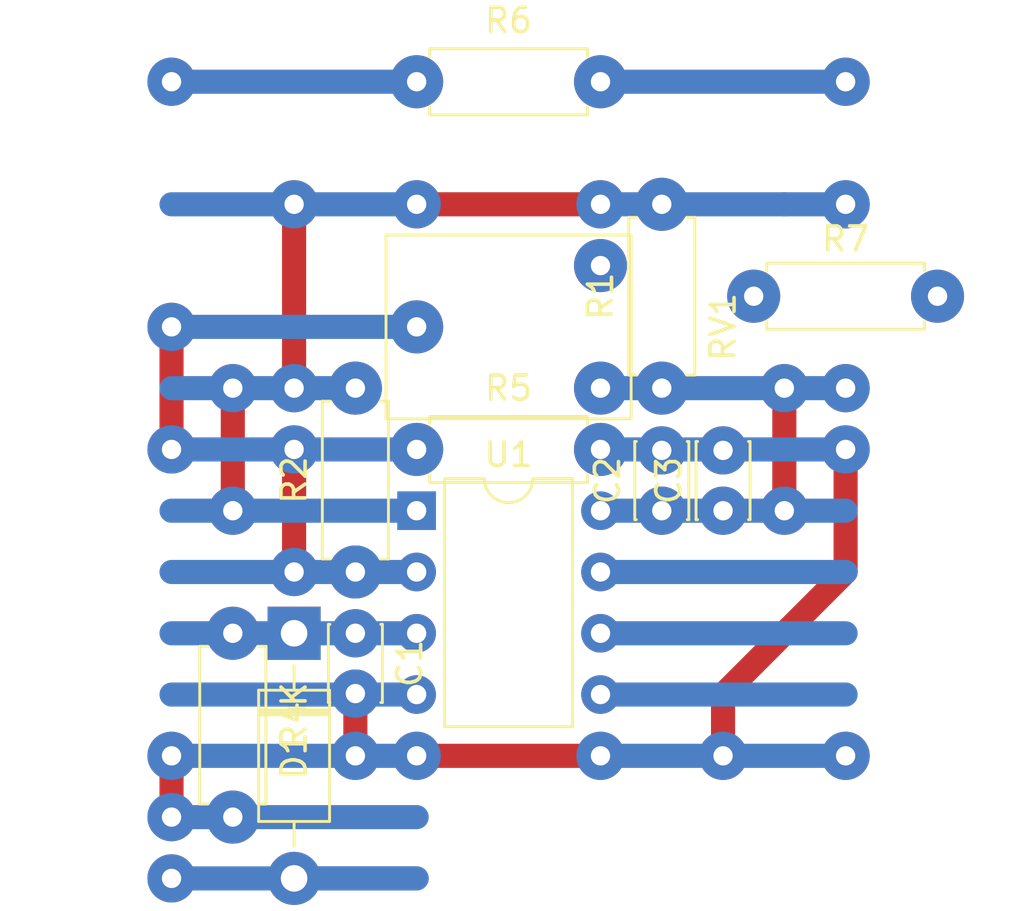
<source format=kicad_pcb>
(kicad_pcb (version 20171130) (host pcbnew "(5.1.6)-1")

  (general
    (thickness 1.6)
    (drawings 6)
    (tracks 86)
    (zones 0)
    (modules 12)
    (nets 10)
  )

  (page A4)
  (layers
    (0 F.Cu signal)
    (31 B.Cu signal)
    (32 B.Adhes user)
    (33 F.Adhes user)
    (34 B.Paste user)
    (35 F.Paste user)
    (36 B.SilkS user)
    (37 F.SilkS user)
    (38 B.Mask user)
    (39 F.Mask user)
    (40 Dwgs.User user)
    (41 Cmts.User user)
    (42 Eco1.User user)
    (43 Eco2.User user)
    (44 Edge.Cuts user)
    (45 Margin user)
    (46 B.CrtYd user)
    (47 F.CrtYd user)
    (48 B.Fab user)
    (49 F.Fab user)
  )

  (setup
    (last_trace_width 1)
    (user_trace_width 1)
    (trace_clearance 0.2)
    (zone_clearance 0.508)
    (zone_45_only no)
    (trace_min 0.2)
    (via_size 0.8)
    (via_drill 0.4)
    (via_min_size 0.4)
    (via_min_drill 0.3)
    (user_via 2 0.8)
    (uvia_size 0.3)
    (uvia_drill 0.1)
    (uvias_allowed no)
    (uvia_min_size 0.2)
    (uvia_min_drill 0.1)
    (edge_width 0.05)
    (segment_width 0.2)
    (pcb_text_width 0.3)
    (pcb_text_size 1.5 1.5)
    (mod_edge_width 0.12)
    (mod_text_size 1 1)
    (mod_text_width 0.15)
    (pad_size 1.524 1.524)
    (pad_drill 0.762)
    (pad_to_mask_clearance 0.05)
    (aux_axis_origin 0 0)
    (visible_elements FFFFFF7F)
    (pcbplotparams
      (layerselection 0x010fc_ffffffff)
      (usegerberextensions false)
      (usegerberattributes true)
      (usegerberadvancedattributes true)
      (creategerberjobfile true)
      (excludeedgelayer true)
      (linewidth 0.100000)
      (plotframeref false)
      (viasonmask false)
      (mode 1)
      (useauxorigin false)
      (hpglpennumber 1)
      (hpglpenspeed 20)
      (hpglpendiameter 15.000000)
      (psnegative false)
      (psa4output false)
      (plotreference true)
      (plotvalue true)
      (plotinvisibletext false)
      (padsonsilk false)
      (subtractmaskfromsilk false)
      (outputformat 1)
      (mirror false)
      (drillshape 1)
      (scaleselection 1)
      (outputdirectory ""))
  )

  (net 0 "")
  (net 1 "Net-(C1-Pad1)")
  (net 2 GND)
  (net 3 +3V3)
  (net 4 RodB)
  (net 5 "Net-(R1-Pad2)")
  (net 6 "Net-(R2-Pad1)")
  (net 7 ESP32_GPIO_AC_DRIVE)
  (net 8 RodA)
  (net 9 "Net-(R7-Pad1)")

  (net_class Default "This is the default net class."
    (clearance 0.2)
    (trace_width 0.25)
    (via_dia 0.8)
    (via_drill 0.4)
    (uvia_dia 0.3)
    (uvia_drill 0.1)
    (add_net +3V3)
    (add_net ESP32_GPIO_AC_DRIVE)
    (add_net GND)
    (add_net "Net-(C1-Pad1)")
    (add_net "Net-(R1-Pad2)")
    (add_net "Net-(R2-Pad1)")
    (add_net "Net-(R7-Pad1)")
    (add_net RodA)
    (add_net RodB)
  )

  (module 0_my_footprints:myCapCeramicSmall (layer F.Cu) (tedit 67A9E63E) (tstamp 692AF86C)
    (at 38.1 53.34 270)
    (descr "C, Disc series, Radial, pin pitch=2.50mm, , diameter*width=3*2mm^2, Capacitor")
    (tags "C Disc series Radial pin pitch 2.50mm  diameter 3mm width 2mm Capacitor")
    (path /692AE30E)
    (fp_text reference C1 (at 1.25 -2.25 90) (layer F.SilkS)
      (effects (font (size 1 1) (thickness 0.15)))
    )
    (fp_text value 47nF (at 7.587199 -0.768201 90) (layer F.Fab)
      (effects (font (size 1 1) (thickness 0.15)))
    )
    (fp_line (start -0.25 -1) (end -0.25 1) (layer F.Fab) (width 0.1))
    (fp_line (start -0.25 1) (end 2.75 1) (layer F.Fab) (width 0.1))
    (fp_line (start 2.75 1) (end 2.75 -1) (layer F.Fab) (width 0.1))
    (fp_line (start 2.75 -1) (end -0.25 -1) (layer F.Fab) (width 0.1))
    (fp_line (start -0.37 -1.12) (end 2.87 -1.12) (layer F.SilkS) (width 0.12))
    (fp_line (start -0.37 1.12) (end 2.87 1.12) (layer F.SilkS) (width 0.12))
    (fp_line (start -0.37 -1.12) (end -0.37 -1.055) (layer F.SilkS) (width 0.12))
    (fp_line (start -0.37 1.055) (end -0.37 1.12) (layer F.SilkS) (width 0.12))
    (fp_line (start 2.87 -1.12) (end 2.87 -1.055) (layer F.SilkS) (width 0.12))
    (fp_line (start 2.87 1.055) (end 2.87 1.12) (layer F.SilkS) (width 0.12))
    (fp_line (start -1.05 -1.25) (end -1.05 1.25) (layer F.CrtYd) (width 0.05))
    (fp_line (start -1.05 1.25) (end 3.55 1.25) (layer F.CrtYd) (width 0.05))
    (fp_line (start 3.55 1.25) (end 3.55 -1.25) (layer F.CrtYd) (width 0.05))
    (fp_line (start 3.55 -1.25) (end -1.05 -1.25) (layer F.CrtYd) (width 0.05))
    (fp_text user %R (at 1.25 0 90) (layer F.Fab)
      (effects (font (size 0.6 0.6) (thickness 0.09)))
    )
    (pad 1 thru_hole circle (at 0 0 270) (size 2 2) (drill 0.8) (layers *.Cu *.Mask)
      (net 1 "Net-(C1-Pad1)"))
    (pad 2 thru_hole circle (at 2.5 0 270) (size 2 2) (drill 0.8) (layers *.Cu *.Mask)
      (net 2 GND))
    (model ${KISYS3DMOD}/Capacitor_THT.3dshapes/C_Disc_D3.0mm_W2.0mm_P2.50mm.wrl
      (at (xyz 0 0 0))
      (scale (xyz 1 1 1))
      (rotate (xyz 0 0 0))
    )
  )

  (module 0_my_footprints:myCapCeramicSmall (layer F.Cu) (tedit 67A9E63E) (tstamp 692AF881)
    (at 50.8 48.26 90)
    (descr "C, Disc series, Radial, pin pitch=2.50mm, , diameter*width=3*2mm^2, Capacitor")
    (tags "C Disc series Radial pin pitch 2.50mm  diameter 3mm width 2mm Capacitor")
    (path /692F0D5E)
    (fp_text reference C2 (at 1.25 -2.25 90) (layer F.SilkS)
      (effects (font (size 1 1) (thickness 0.15)))
    )
    (fp_text value 0.1uf (at -2.54 0 90) (layer F.Fab)
      (effects (font (size 1 1) (thickness 0.15)))
    )
    (fp_text user %R (at 1.25 0 90) (layer F.Fab)
      (effects (font (size 0.6 0.6) (thickness 0.09)))
    )
    (fp_line (start 3.55 -1.25) (end -1.05 -1.25) (layer F.CrtYd) (width 0.05))
    (fp_line (start 3.55 1.25) (end 3.55 -1.25) (layer F.CrtYd) (width 0.05))
    (fp_line (start -1.05 1.25) (end 3.55 1.25) (layer F.CrtYd) (width 0.05))
    (fp_line (start -1.05 -1.25) (end -1.05 1.25) (layer F.CrtYd) (width 0.05))
    (fp_line (start 2.87 1.055) (end 2.87 1.12) (layer F.SilkS) (width 0.12))
    (fp_line (start 2.87 -1.12) (end 2.87 -1.055) (layer F.SilkS) (width 0.12))
    (fp_line (start -0.37 1.055) (end -0.37 1.12) (layer F.SilkS) (width 0.12))
    (fp_line (start -0.37 -1.12) (end -0.37 -1.055) (layer F.SilkS) (width 0.12))
    (fp_line (start -0.37 1.12) (end 2.87 1.12) (layer F.SilkS) (width 0.12))
    (fp_line (start -0.37 -1.12) (end 2.87 -1.12) (layer F.SilkS) (width 0.12))
    (fp_line (start 2.75 -1) (end -0.25 -1) (layer F.Fab) (width 0.1))
    (fp_line (start 2.75 1) (end 2.75 -1) (layer F.Fab) (width 0.1))
    (fp_line (start -0.25 1) (end 2.75 1) (layer F.Fab) (width 0.1))
    (fp_line (start -0.25 -1) (end -0.25 1) (layer F.Fab) (width 0.1))
    (pad 2 thru_hole circle (at 2.5 0 90) (size 2 2) (drill 0.8) (layers *.Cu *.Mask)
      (net 2 GND))
    (pad 1 thru_hole circle (at 0 0 90) (size 2 2) (drill 0.8) (layers *.Cu *.Mask)
      (net 3 +3V3))
    (model ${KISYS3DMOD}/Capacitor_THT.3dshapes/C_Disc_D3.0mm_W2.0mm_P2.50mm.wrl
      (at (xyz 0 0 0))
      (scale (xyz 1 1 1))
      (rotate (xyz 0 0 0))
    )
  )

  (module 0_my_footprints:myCapCeramicSmall (layer F.Cu) (tedit 67A9E63E) (tstamp 692AF896)
    (at 53.34 48.26 90)
    (descr "C, Disc series, Radial, pin pitch=2.50mm, , diameter*width=3*2mm^2, Capacitor")
    (tags "C Disc series Radial pin pitch 2.50mm  diameter 3mm width 2mm Capacitor")
    (path /692F13CC)
    (fp_text reference C3 (at 1.25 -2.25 90) (layer F.SilkS)
      (effects (font (size 1 1) (thickness 0.15)))
    )
    (fp_text value 1uf (at -2.54 0 90) (layer F.Fab)
      (effects (font (size 1 1) (thickness 0.15)))
    )
    (fp_line (start -0.25 -1) (end -0.25 1) (layer F.Fab) (width 0.1))
    (fp_line (start -0.25 1) (end 2.75 1) (layer F.Fab) (width 0.1))
    (fp_line (start 2.75 1) (end 2.75 -1) (layer F.Fab) (width 0.1))
    (fp_line (start 2.75 -1) (end -0.25 -1) (layer F.Fab) (width 0.1))
    (fp_line (start -0.37 -1.12) (end 2.87 -1.12) (layer F.SilkS) (width 0.12))
    (fp_line (start -0.37 1.12) (end 2.87 1.12) (layer F.SilkS) (width 0.12))
    (fp_line (start -0.37 -1.12) (end -0.37 -1.055) (layer F.SilkS) (width 0.12))
    (fp_line (start -0.37 1.055) (end -0.37 1.12) (layer F.SilkS) (width 0.12))
    (fp_line (start 2.87 -1.12) (end 2.87 -1.055) (layer F.SilkS) (width 0.12))
    (fp_line (start 2.87 1.055) (end 2.87 1.12) (layer F.SilkS) (width 0.12))
    (fp_line (start -1.05 -1.25) (end -1.05 1.25) (layer F.CrtYd) (width 0.05))
    (fp_line (start -1.05 1.25) (end 3.55 1.25) (layer F.CrtYd) (width 0.05))
    (fp_line (start 3.55 1.25) (end 3.55 -1.25) (layer F.CrtYd) (width 0.05))
    (fp_line (start 3.55 -1.25) (end -1.05 -1.25) (layer F.CrtYd) (width 0.05))
    (fp_text user %R (at 1.25 0 90) (layer F.Fab)
      (effects (font (size 0.6 0.6) (thickness 0.09)))
    )
    (pad 1 thru_hole circle (at 0 0 90) (size 2 2) (drill 0.8) (layers *.Cu *.Mask)
      (net 3 +3V3))
    (pad 2 thru_hole circle (at 2.5 0 90) (size 2 2) (drill 0.8) (layers *.Cu *.Mask)
      (net 2 GND))
    (model ${KISYS3DMOD}/Capacitor_THT.3dshapes/C_Disc_D3.0mm_W2.0mm_P2.50mm.wrl
      (at (xyz 0 0 0))
      (scale (xyz 1 1 1))
      (rotate (xyz 0 0 0))
    )
  )

  (module Diode_THT:D_DO-41_SOD81_P10.16mm_Horizontal (layer F.Cu) (tedit 5AE50CD5) (tstamp 692AF8B5)
    (at 35.56 53.34 270)
    (descr "Diode, DO-41_SOD81 series, Axial, Horizontal, pin pitch=10.16mm, , length*diameter=5.2*2.7mm^2, , http://www.diodes.com/_files/packages/DO-41%20(Plastic).pdf")
    (tags "Diode DO-41_SOD81 series Axial Horizontal pin pitch 10.16mm  length 5.2mm diameter 2.7mm")
    (path /692A9FCE)
    (fp_text reference D1 (at 5.08 0 90) (layer F.SilkS)
      (effects (font (size 1 1) (thickness 0.15)))
    )
    (fp_text value 1N5819 (at 5.08 2.47 90) (layer F.Fab)
      (effects (font (size 1 1) (thickness 0.15)))
    )
    (fp_line (start 11.51 -1.6) (end -1.35 -1.6) (layer F.CrtYd) (width 0.05))
    (fp_line (start 11.51 1.6) (end 11.51 -1.6) (layer F.CrtYd) (width 0.05))
    (fp_line (start -1.35 1.6) (end 11.51 1.6) (layer F.CrtYd) (width 0.05))
    (fp_line (start -1.35 -1.6) (end -1.35 1.6) (layer F.CrtYd) (width 0.05))
    (fp_line (start 3.14 -1.47) (end 3.14 1.47) (layer F.SilkS) (width 0.12))
    (fp_line (start 3.38 -1.47) (end 3.38 1.47) (layer F.SilkS) (width 0.12))
    (fp_line (start 3.26 -1.47) (end 3.26 1.47) (layer F.SilkS) (width 0.12))
    (fp_line (start 8.82 0) (end 7.8 0) (layer F.SilkS) (width 0.12))
    (fp_line (start 1.34 0) (end 2.36 0) (layer F.SilkS) (width 0.12))
    (fp_line (start 7.8 -1.47) (end 2.36 -1.47) (layer F.SilkS) (width 0.12))
    (fp_line (start 7.8 1.47) (end 7.8 -1.47) (layer F.SilkS) (width 0.12))
    (fp_line (start 2.36 1.47) (end 7.8 1.47) (layer F.SilkS) (width 0.12))
    (fp_line (start 2.36 -1.47) (end 2.36 1.47) (layer F.SilkS) (width 0.12))
    (fp_line (start 3.16 -1.35) (end 3.16 1.35) (layer F.Fab) (width 0.1))
    (fp_line (start 3.36 -1.35) (end 3.36 1.35) (layer F.Fab) (width 0.1))
    (fp_line (start 3.26 -1.35) (end 3.26 1.35) (layer F.Fab) (width 0.1))
    (fp_line (start 10.16 0) (end 7.68 0) (layer F.Fab) (width 0.1))
    (fp_line (start 0 0) (end 2.48 0) (layer F.Fab) (width 0.1))
    (fp_line (start 7.68 -1.35) (end 2.48 -1.35) (layer F.Fab) (width 0.1))
    (fp_line (start 7.68 1.35) (end 7.68 -1.35) (layer F.Fab) (width 0.1))
    (fp_line (start 2.48 1.35) (end 7.68 1.35) (layer F.Fab) (width 0.1))
    (fp_line (start 2.48 -1.35) (end 2.48 1.35) (layer F.Fab) (width 0.1))
    (fp_text user %R (at 5.08 0 90) (layer F.Fab)
      (effects (font (size 1 1) (thickness 0.15)))
    )
    (fp_text user K (at 2.48 0 90) (layer F.Fab)
      (effects (font (size 1 1) (thickness 0.15)))
    )
    (fp_text user K (at 2.54 0 90) (layer F.SilkS)
      (effects (font (size 1 1) (thickness 0.15)))
    )
    (pad 1 thru_hole rect (at 0 0 270) (size 2.2 2.2) (drill 1.1) (layers *.Cu *.Mask)
      (net 1 "Net-(C1-Pad1)"))
    (pad 2 thru_hole oval (at 10.16 0 270) (size 2.2 2.2) (drill 1.1) (layers *.Cu *.Mask)
      (net 4 RodB))
    (model ${KISYS3DMOD}/Diode_THT.3dshapes/D_DO-41_SOD81_P10.16mm_Horizontal.wrl
      (at (xyz 0 0 0))
      (scale (xyz 1 1 1))
      (rotate (xyz 0 0 0))
    )
  )

  (module 0_my_footprints:myResistor (layer F.Cu) (tedit 663A7FBA) (tstamp 692AF8CC)
    (at 50.8 43.18 90)
    (descr "Resistor, Axial_DIN0207 series, Axial, Horizontal, pin pitch=7.62mm, 0.25W = 1/4W, length*diameter=6.3*2.5mm^2, http://cdn-reichelt.de/documents/datenblatt/B400/1_4W%23YAG.pdf")
    (tags "Resistor Axial_DIN0207 series Axial Horizontal pin pitch 7.62mm 0.25W = 1/4W length 6.3mm diameter 2.5mm")
    (path /692C4DC0)
    (fp_text reference R1 (at 3.81 -2.54 90) (layer F.SilkS)
      (effects (font (size 1 1) (thickness 0.15)))
    )
    (fp_text value 10k (at 3.81 0 90) (layer F.Fab)
      (effects (font (size 1 1) (thickness 0.15)))
    )
    (fp_line (start 0.66 -1.25) (end 0.66 1.25) (layer F.Fab) (width 0.1))
    (fp_line (start 0.66 1.25) (end 6.96 1.25) (layer F.Fab) (width 0.1))
    (fp_line (start 6.96 1.25) (end 6.96 -1.25) (layer F.Fab) (width 0.1))
    (fp_line (start 6.96 -1.25) (end 0.66 -1.25) (layer F.Fab) (width 0.1))
    (fp_line (start 0 0) (end 0.66 0) (layer F.Fab) (width 0.1))
    (fp_line (start 7.62 0) (end 6.96 0) (layer F.Fab) (width 0.1))
    (fp_line (start 0.54 -1.04) (end 0.54 -1.37) (layer F.SilkS) (width 0.12))
    (fp_line (start 0.54 -1.37) (end 7.08 -1.37) (layer F.SilkS) (width 0.12))
    (fp_line (start 7.08 -1.37) (end 7.08 -1.04) (layer F.SilkS) (width 0.12))
    (fp_line (start 0.54 1.04) (end 0.54 1.37) (layer F.SilkS) (width 0.12))
    (fp_line (start 0.54 1.37) (end 7.08 1.37) (layer F.SilkS) (width 0.12))
    (fp_line (start 7.08 1.37) (end 7.08 1.04) (layer F.SilkS) (width 0.12))
    (fp_line (start -1.05 -1.5) (end -1.05 1.5) (layer F.CrtYd) (width 0.05))
    (fp_line (start -1.05 1.5) (end 8.67 1.5) (layer F.CrtYd) (width 0.05))
    (fp_line (start 8.67 1.5) (end 8.67 -1.5) (layer F.CrtYd) (width 0.05))
    (fp_line (start 8.67 -1.5) (end -1.05 -1.5) (layer F.CrtYd) (width 0.05))
    (fp_text user %R (at 3.81 -2.54 90) (layer F.Fab)
      (effects (font (size 1 1) (thickness 0.15)))
    )
    (pad 1 thru_hole circle (at 0 0 90) (size 2.2 2.2) (drill 0.8) (layers *.Cu *.Mask)
      (net 3 +3V3))
    (pad 2 thru_hole circle (at 7.62 0 90) (size 2.2 2.2) (drill 0.8) (layers *.Cu *.Mask)
      (net 5 "Net-(R1-Pad2)"))
    (model ${KISYS3DMOD}/Resistor_THT.3dshapes/R_Axial_DIN0207_L6.3mm_D2.5mm_P7.62mm_Horizontal.wrl
      (at (xyz 0 0 0))
      (scale (xyz 1 1 1))
      (rotate (xyz 0 0 0))
    )
  )

  (module 0_my_footprints:myResistor (layer F.Cu) (tedit 663A7FBA) (tstamp 692AF8E3)
    (at 38.1 50.8 90)
    (descr "Resistor, Axial_DIN0207 series, Axial, Horizontal, pin pitch=7.62mm, 0.25W = 1/4W, length*diameter=6.3*2.5mm^2, http://cdn-reichelt.de/documents/datenblatt/B400/1_4W%23YAG.pdf")
    (tags "Resistor Axial_DIN0207 series Axial Horizontal pin pitch 7.62mm 0.25W = 1/4W length 6.3mm diameter 2.5mm")
    (path /692E44D1)
    (fp_text reference R2 (at 3.81 -2.54 90) (layer F.SilkS)
      (effects (font (size 1 1) (thickness 0.15)))
    )
    (fp_text value 1M (at 3.81 0 90) (layer F.Fab)
      (effects (font (size 1 1) (thickness 0.15)))
    )
    (fp_line (start 0.66 -1.25) (end 0.66 1.25) (layer F.Fab) (width 0.1))
    (fp_line (start 0.66 1.25) (end 6.96 1.25) (layer F.Fab) (width 0.1))
    (fp_line (start 6.96 1.25) (end 6.96 -1.25) (layer F.Fab) (width 0.1))
    (fp_line (start 6.96 -1.25) (end 0.66 -1.25) (layer F.Fab) (width 0.1))
    (fp_line (start 0 0) (end 0.66 0) (layer F.Fab) (width 0.1))
    (fp_line (start 7.62 0) (end 6.96 0) (layer F.Fab) (width 0.1))
    (fp_line (start 0.54 -1.04) (end 0.54 -1.37) (layer F.SilkS) (width 0.12))
    (fp_line (start 0.54 -1.37) (end 7.08 -1.37) (layer F.SilkS) (width 0.12))
    (fp_line (start 7.08 -1.37) (end 7.08 -1.04) (layer F.SilkS) (width 0.12))
    (fp_line (start 0.54 1.04) (end 0.54 1.37) (layer F.SilkS) (width 0.12))
    (fp_line (start 0.54 1.37) (end 7.08 1.37) (layer F.SilkS) (width 0.12))
    (fp_line (start 7.08 1.37) (end 7.08 1.04) (layer F.SilkS) (width 0.12))
    (fp_line (start -1.05 -1.5) (end -1.05 1.5) (layer F.CrtYd) (width 0.05))
    (fp_line (start -1.05 1.5) (end 8.67 1.5) (layer F.CrtYd) (width 0.05))
    (fp_line (start 8.67 1.5) (end 8.67 -1.5) (layer F.CrtYd) (width 0.05))
    (fp_line (start 8.67 -1.5) (end -1.05 -1.5) (layer F.CrtYd) (width 0.05))
    (fp_text user %R (at 3.81 -2.54 90) (layer F.Fab)
      (effects (font (size 1 1) (thickness 0.15)))
    )
    (pad 1 thru_hole circle (at 0 0 90) (size 2.2 2.2) (drill 0.8) (layers *.Cu *.Mask)
      (net 6 "Net-(R2-Pad1)"))
    (pad 2 thru_hole circle (at 7.62 0 90) (size 2.2 2.2) (drill 0.8) (layers *.Cu *.Mask)
      (net 5 "Net-(R1-Pad2)"))
    (model ${KISYS3DMOD}/Resistor_THT.3dshapes/R_Axial_DIN0207_L6.3mm_D2.5mm_P7.62mm_Horizontal.wrl
      (at (xyz 0 0 0))
      (scale (xyz 1 1 1))
      (rotate (xyz 0 0 0))
    )
  )

  (module 0_my_footprints:myResistor (layer F.Cu) (tedit 663A7FBA) (tstamp 692AF911)
    (at 33.02 53.34 270)
    (descr "Resistor, Axial_DIN0207 series, Axial, Horizontal, pin pitch=7.62mm, 0.25W = 1/4W, length*diameter=6.3*2.5mm^2, http://cdn-reichelt.de/documents/datenblatt/B400/1_4W%23YAG.pdf")
    (tags "Resistor Axial_DIN0207 series Axial Horizontal pin pitch 7.62mm 0.25W = 1/4W length 6.3mm diameter 2.5mm")
    (path /692AF36B)
    (fp_text reference R4 (at 3.81 -2.54 90) (layer F.SilkS)
      (effects (font (size 1 1) (thickness 0.15)))
    )
    (fp_text value 100k (at 3.81 0 90) (layer F.Fab)
      (effects (font (size 1 1) (thickness 0.15)))
    )
    (fp_line (start 0.66 -1.25) (end 0.66 1.25) (layer F.Fab) (width 0.1))
    (fp_line (start 0.66 1.25) (end 6.96 1.25) (layer F.Fab) (width 0.1))
    (fp_line (start 6.96 1.25) (end 6.96 -1.25) (layer F.Fab) (width 0.1))
    (fp_line (start 6.96 -1.25) (end 0.66 -1.25) (layer F.Fab) (width 0.1))
    (fp_line (start 0 0) (end 0.66 0) (layer F.Fab) (width 0.1))
    (fp_line (start 7.62 0) (end 6.96 0) (layer F.Fab) (width 0.1))
    (fp_line (start 0.54 -1.04) (end 0.54 -1.37) (layer F.SilkS) (width 0.12))
    (fp_line (start 0.54 -1.37) (end 7.08 -1.37) (layer F.SilkS) (width 0.12))
    (fp_line (start 7.08 -1.37) (end 7.08 -1.04) (layer F.SilkS) (width 0.12))
    (fp_line (start 0.54 1.04) (end 0.54 1.37) (layer F.SilkS) (width 0.12))
    (fp_line (start 0.54 1.37) (end 7.08 1.37) (layer F.SilkS) (width 0.12))
    (fp_line (start 7.08 1.37) (end 7.08 1.04) (layer F.SilkS) (width 0.12))
    (fp_line (start -1.05 -1.5) (end -1.05 1.5) (layer F.CrtYd) (width 0.05))
    (fp_line (start -1.05 1.5) (end 8.67 1.5) (layer F.CrtYd) (width 0.05))
    (fp_line (start 8.67 1.5) (end 8.67 -1.5) (layer F.CrtYd) (width 0.05))
    (fp_line (start 8.67 -1.5) (end -1.05 -1.5) (layer F.CrtYd) (width 0.05))
    (fp_text user %R (at 3.81 -2.54 90) (layer F.Fab)
      (effects (font (size 1 1) (thickness 0.15)))
    )
    (pad 1 thru_hole circle (at 0 0 270) (size 2.2 2.2) (drill 0.8) (layers *.Cu *.Mask)
      (net 1 "Net-(C1-Pad1)"))
    (pad 2 thru_hole circle (at 7.62 0 270) (size 2.2 2.2) (drill 0.8) (layers *.Cu *.Mask)
      (net 2 GND))
    (model ${KISYS3DMOD}/Resistor_THT.3dshapes/R_Axial_DIN0207_L6.3mm_D2.5mm_P7.62mm_Horizontal.wrl
      (at (xyz 0 0 0))
      (scale (xyz 1 1 1))
      (rotate (xyz 0 0 0))
    )
  )

  (module 0_my_footprints:myResistor (layer F.Cu) (tedit 663A7FBA) (tstamp 692AF928)
    (at 40.64 45.72)
    (descr "Resistor, Axial_DIN0207 series, Axial, Horizontal, pin pitch=7.62mm, 0.25W = 1/4W, length*diameter=6.3*2.5mm^2, http://cdn-reichelt.de/documents/datenblatt/B400/1_4W%23YAG.pdf")
    (tags "Resistor Axial_DIN0207 series Axial Horizontal pin pitch 7.62mm 0.25W = 1/4W length 6.3mm diameter 2.5mm")
    (path /692B96E1)
    (fp_text reference R5 (at 3.81 -2.54) (layer F.SilkS)
      (effects (font (size 1 1) (thickness 0.15)))
    )
    (fp_text value 100k (at 3.81 0) (layer F.Fab)
      (effects (font (size 1 1) (thickness 0.15)))
    )
    (fp_text user %R (at 3.81 -2.54) (layer F.Fab)
      (effects (font (size 1 1) (thickness 0.15)))
    )
    (fp_line (start 8.67 -1.5) (end -1.05 -1.5) (layer F.CrtYd) (width 0.05))
    (fp_line (start 8.67 1.5) (end 8.67 -1.5) (layer F.CrtYd) (width 0.05))
    (fp_line (start -1.05 1.5) (end 8.67 1.5) (layer F.CrtYd) (width 0.05))
    (fp_line (start -1.05 -1.5) (end -1.05 1.5) (layer F.CrtYd) (width 0.05))
    (fp_line (start 7.08 1.37) (end 7.08 1.04) (layer F.SilkS) (width 0.12))
    (fp_line (start 0.54 1.37) (end 7.08 1.37) (layer F.SilkS) (width 0.12))
    (fp_line (start 0.54 1.04) (end 0.54 1.37) (layer F.SilkS) (width 0.12))
    (fp_line (start 7.08 -1.37) (end 7.08 -1.04) (layer F.SilkS) (width 0.12))
    (fp_line (start 0.54 -1.37) (end 7.08 -1.37) (layer F.SilkS) (width 0.12))
    (fp_line (start 0.54 -1.04) (end 0.54 -1.37) (layer F.SilkS) (width 0.12))
    (fp_line (start 7.62 0) (end 6.96 0) (layer F.Fab) (width 0.1))
    (fp_line (start 0 0) (end 0.66 0) (layer F.Fab) (width 0.1))
    (fp_line (start 6.96 -1.25) (end 0.66 -1.25) (layer F.Fab) (width 0.1))
    (fp_line (start 6.96 1.25) (end 6.96 -1.25) (layer F.Fab) (width 0.1))
    (fp_line (start 0.66 1.25) (end 6.96 1.25) (layer F.Fab) (width 0.1))
    (fp_line (start 0.66 -1.25) (end 0.66 1.25) (layer F.Fab) (width 0.1))
    (pad 2 thru_hole circle (at 7.62 0) (size 2.2 2.2) (drill 0.8) (layers *.Cu *.Mask)
      (net 2 GND))
    (pad 1 thru_hole circle (at 0 0) (size 2.2 2.2) (drill 0.8) (layers *.Cu *.Mask)
      (net 6 "Net-(R2-Pad1)"))
    (model ${KISYS3DMOD}/Resistor_THT.3dshapes/R_Axial_DIN0207_L6.3mm_D2.5mm_P7.62mm_Horizontal.wrl
      (at (xyz 0 0 0))
      (scale (xyz 1 1 1))
      (rotate (xyz 0 0 0))
    )
  )

  (module 0_my_footprints:myResistor (layer F.Cu) (tedit 663A7FBA) (tstamp 692AF93F)
    (at 40.64 30.48)
    (descr "Resistor, Axial_DIN0207 series, Axial, Horizontal, pin pitch=7.62mm, 0.25W = 1/4W, length*diameter=6.3*2.5mm^2, http://cdn-reichelt.de/documents/datenblatt/B400/1_4W%23YAG.pdf")
    (tags "Resistor Axial_DIN0207 series Axial Horizontal pin pitch 7.62mm 0.25W = 1/4W length 6.3mm diameter 2.5mm")
    (path /692C8E57)
    (fp_text reference R6 (at 3.81 -2.54) (layer F.SilkS)
      (effects (font (size 1 1) (thickness 0.15)))
    )
    (fp_text value 6.8M (at 3.81 0) (layer F.Fab)
      (effects (font (size 1 1) (thickness 0.15)))
    )
    (fp_text user %R (at 3.81 -2.54) (layer F.Fab)
      (effects (font (size 1 1) (thickness 0.15)))
    )
    (fp_line (start 8.67 -1.5) (end -1.05 -1.5) (layer F.CrtYd) (width 0.05))
    (fp_line (start 8.67 1.5) (end 8.67 -1.5) (layer F.CrtYd) (width 0.05))
    (fp_line (start -1.05 1.5) (end 8.67 1.5) (layer F.CrtYd) (width 0.05))
    (fp_line (start -1.05 -1.5) (end -1.05 1.5) (layer F.CrtYd) (width 0.05))
    (fp_line (start 7.08 1.37) (end 7.08 1.04) (layer F.SilkS) (width 0.12))
    (fp_line (start 0.54 1.37) (end 7.08 1.37) (layer F.SilkS) (width 0.12))
    (fp_line (start 0.54 1.04) (end 0.54 1.37) (layer F.SilkS) (width 0.12))
    (fp_line (start 7.08 -1.37) (end 7.08 -1.04) (layer F.SilkS) (width 0.12))
    (fp_line (start 0.54 -1.37) (end 7.08 -1.37) (layer F.SilkS) (width 0.12))
    (fp_line (start 0.54 -1.04) (end 0.54 -1.37) (layer F.SilkS) (width 0.12))
    (fp_line (start 7.62 0) (end 6.96 0) (layer F.Fab) (width 0.1))
    (fp_line (start 0 0) (end 0.66 0) (layer F.Fab) (width 0.1))
    (fp_line (start 6.96 -1.25) (end 0.66 -1.25) (layer F.Fab) (width 0.1))
    (fp_line (start 6.96 1.25) (end 6.96 -1.25) (layer F.Fab) (width 0.1))
    (fp_line (start 0.66 1.25) (end 6.96 1.25) (layer F.Fab) (width 0.1))
    (fp_line (start 0.66 -1.25) (end 0.66 1.25) (layer F.Fab) (width 0.1))
    (pad 2 thru_hole circle (at 7.62 0) (size 2.2 2.2) (drill 0.8) (layers *.Cu *.Mask)
      (net 7 ESP32_GPIO_AC_DRIVE))
    (pad 1 thru_hole circle (at 0 0) (size 2.2 2.2) (drill 0.8) (layers *.Cu *.Mask)
      (net 8 RodA))
    (model ${KISYS3DMOD}/Resistor_THT.3dshapes/R_Axial_DIN0207_L6.3mm_D2.5mm_P7.62mm_Horizontal.wrl
      (at (xyz 0 0 0))
      (scale (xyz 1 1 1))
      (rotate (xyz 0 0 0))
    )
  )

  (module Package_DIP:DIP-8_W7.62mm (layer F.Cu) (tedit 5A02E8C5) (tstamp 692AF973)
    (at 40.64 48.26)
    (descr "8-lead though-hole mounted DIP package, row spacing 7.62 mm (300 mils)")
    (tags "THT DIP DIL PDIP 2.54mm 7.62mm 300mil")
    (path /692A9A6C)
    (fp_text reference U1 (at 3.81 -2.33) (layer F.SilkS)
      (effects (font (size 1 1) (thickness 0.15)))
    )
    (fp_text value LM393 (at 3.81 9.95) (layer F.Fab)
      (effects (font (size 1 1) (thickness 0.15)))
    )
    (fp_line (start 8.7 -1.55) (end -1.1 -1.55) (layer F.CrtYd) (width 0.05))
    (fp_line (start 8.7 9.15) (end 8.7 -1.55) (layer F.CrtYd) (width 0.05))
    (fp_line (start -1.1 9.15) (end 8.7 9.15) (layer F.CrtYd) (width 0.05))
    (fp_line (start -1.1 -1.55) (end -1.1 9.15) (layer F.CrtYd) (width 0.05))
    (fp_line (start 6.46 -1.33) (end 4.81 -1.33) (layer F.SilkS) (width 0.12))
    (fp_line (start 6.46 8.95) (end 6.46 -1.33) (layer F.SilkS) (width 0.12))
    (fp_line (start 1.16 8.95) (end 6.46 8.95) (layer F.SilkS) (width 0.12))
    (fp_line (start 1.16 -1.33) (end 1.16 8.95) (layer F.SilkS) (width 0.12))
    (fp_line (start 2.81 -1.33) (end 1.16 -1.33) (layer F.SilkS) (width 0.12))
    (fp_line (start 0.635 -0.27) (end 1.635 -1.27) (layer F.Fab) (width 0.1))
    (fp_line (start 0.635 8.89) (end 0.635 -0.27) (layer F.Fab) (width 0.1))
    (fp_line (start 6.985 8.89) (end 0.635 8.89) (layer F.Fab) (width 0.1))
    (fp_line (start 6.985 -1.27) (end 6.985 8.89) (layer F.Fab) (width 0.1))
    (fp_line (start 1.635 -1.27) (end 6.985 -1.27) (layer F.Fab) (width 0.1))
    (fp_arc (start 3.81 -1.33) (end 2.81 -1.33) (angle -180) (layer F.SilkS) (width 0.12))
    (fp_text user %R (at 3.81 3.81) (layer F.Fab)
      (effects (font (size 1 1) (thickness 0.15)))
    )
    (pad 1 thru_hole rect (at 0 0) (size 1.6 1.6) (drill 0.8) (layers *.Cu *.Mask)
      (net 5 "Net-(R1-Pad2)"))
    (pad 5 thru_hole oval (at 7.62 7.62) (size 1.6 1.6) (drill 0.8) (layers *.Cu *.Mask))
    (pad 2 thru_hole oval (at 0 2.54) (size 1.6 1.6) (drill 0.8) (layers *.Cu *.Mask)
      (net 6 "Net-(R2-Pad1)"))
    (pad 6 thru_hole oval (at 7.62 5.08) (size 1.6 1.6) (drill 0.8) (layers *.Cu *.Mask))
    (pad 3 thru_hole oval (at 0 5.08) (size 1.6 1.6) (drill 0.8) (layers *.Cu *.Mask)
      (net 1 "Net-(C1-Pad1)"))
    (pad 7 thru_hole oval (at 7.62 2.54) (size 1.6 1.6) (drill 0.8) (layers *.Cu *.Mask))
    (pad 4 thru_hole oval (at 0 7.62) (size 1.6 1.6) (drill 0.8) (layers *.Cu *.Mask)
      (net 2 GND))
    (pad 8 thru_hole oval (at 7.62 0) (size 1.6 1.6) (drill 0.8) (layers *.Cu *.Mask)
      (net 3 +3V3))
    (model ${KISYS3DMOD}/Package_DIP.3dshapes/DIP-8_W7.62mm.wrl
      (at (xyz 0 0 0))
      (scale (xyz 1 1 1))
      (rotate (xyz 0 0 0))
    )
  )

  (module 0_my_footprints:myTrimPot (layer F.Cu) (tedit 692AFBE7) (tstamp 692B6D19)
    (at 48.26 40.64 90)
    (path /692FA5C9)
    (fp_text reference RV1 (at 0 5.08 90) (layer F.SilkS)
      (effects (font (size 1 1) (thickness 0.15)))
    )
    (fp_text value 100K (at 0 -5.08 90) (layer F.Fab)
      (effects (font (size 1 1) (thickness 0.15)))
    )
    (fp_line (start -3.81 1.27) (end -3.81 -8.89) (layer F.SilkS) (width 0.12))
    (fp_line (start 3.81 1.27) (end -3.81 1.27) (layer F.SilkS) (width 0.12))
    (fp_line (start 3.81 -8.89) (end 3.81 1.27) (layer F.SilkS) (width 0.12))
    (fp_line (start -3.81 -8.89) (end 3.81 -8.89) (layer F.SilkS) (width 0.12))
    (pad 1 thru_hole circle (at -2.54 0 90) (size 2.2 2.2) (drill 0.8) (layers *.Cu *.Mask)
      (net 3 +3V3))
    (pad 2 thru_hole circle (at 0 -7.62 90) (size 2.2 2.2) (drill 0.8) (layers *.Cu *.Mask)
      (net 6 "Net-(R2-Pad1)"))
    (pad 3 thru_hole circle (at 2.54 0 90) (size 2.2 2.2) (drill 0.8) (layers *.Cu *.Mask)
      (net 9 "Net-(R7-Pad1)"))
  )

  (module 0_my_footprints:myResistor (layer F.Cu) (tedit 663A7FBA) (tstamp 692B6F45)
    (at 54.61 39.37)
    (descr "Resistor, Axial_DIN0207 series, Axial, Horizontal, pin pitch=7.62mm, 0.25W = 1/4W, length*diameter=6.3*2.5mm^2, http://cdn-reichelt.de/documents/datenblatt/B400/1_4W%23YAG.pdf")
    (tags "Resistor Axial_DIN0207 series Axial Horizontal pin pitch 7.62mm 0.25W = 1/4W length 6.3mm diameter 2.5mm")
    (path /692D0AA3)
    (fp_text reference R7 (at 3.81 -2.37) (layer F.SilkS)
      (effects (font (size 1 1) (thickness 0.15)))
    )
    (fp_text value 10k (at 3.81 0) (layer F.Fab)
      (effects (font (size 1 1) (thickness 0.15)))
    )
    (fp_line (start 0.66 -1.25) (end 0.66 1.25) (layer F.Fab) (width 0.1))
    (fp_line (start 0.66 1.25) (end 6.96 1.25) (layer F.Fab) (width 0.1))
    (fp_line (start 6.96 1.25) (end 6.96 -1.25) (layer F.Fab) (width 0.1))
    (fp_line (start 6.96 -1.25) (end 0.66 -1.25) (layer F.Fab) (width 0.1))
    (fp_line (start 0 0) (end 0.66 0) (layer F.Fab) (width 0.1))
    (fp_line (start 7.62 0) (end 6.96 0) (layer F.Fab) (width 0.1))
    (fp_line (start 0.54 -1.04) (end 0.54 -1.37) (layer F.SilkS) (width 0.12))
    (fp_line (start 0.54 -1.37) (end 7.08 -1.37) (layer F.SilkS) (width 0.12))
    (fp_line (start 7.08 -1.37) (end 7.08 -1.04) (layer F.SilkS) (width 0.12))
    (fp_line (start 0.54 1.04) (end 0.54 1.37) (layer F.SilkS) (width 0.12))
    (fp_line (start 0.54 1.37) (end 7.08 1.37) (layer F.SilkS) (width 0.12))
    (fp_line (start 7.08 1.37) (end 7.08 1.04) (layer F.SilkS) (width 0.12))
    (fp_line (start -1.05 -1.5) (end -1.05 1.5) (layer F.CrtYd) (width 0.05))
    (fp_line (start -1.05 1.5) (end 8.67 1.5) (layer F.CrtYd) (width 0.05))
    (fp_line (start 8.67 1.5) (end 8.67 -1.5) (layer F.CrtYd) (width 0.05))
    (fp_line (start 8.67 -1.5) (end -1.05 -1.5) (layer F.CrtYd) (width 0.05))
    (fp_text user %R (at 3.81 -2.54) (layer F.Fab)
      (effects (font (size 1 1) (thickness 0.15)))
    )
    (pad 1 thru_hole circle (at 0 0) (size 2.2 2.2) (drill 0.8) (layers *.Cu *.Mask)
      (net 9 "Net-(R7-Pad1)"))
    (pad 2 thru_hole circle (at 7.62 0) (size 2.2 2.2) (drill 0.8) (layers *.Cu *.Mask)
      (net 2 GND))
    (model ${KISYS3DMOD}/Resistor_THT.3dshapes/R_Axial_DIN0207_L6.3mm_D2.5mm_P7.62mm_Horizontal.wrl
      (at (xyz 0 0 0))
      (scale (xyz 1 1 1))
      (rotate (xyz 0 0 0))
    )
  )

  (gr_text GND (at 63.5 58.42) (layer Dwgs.User)
    (effects (font (size 1 1) (thickness 0.15)))
  )
  (gr_text 3V (at 63.5 43.18) (layer Dwgs.User)
    (effects (font (size 1 1) (thickness 0.15)))
  )
  (gr_text Sense (at 63.5 35.56) (layer Dwgs.User)
    (effects (font (size 1 1) (thickness 0.15)))
  )
  (gr_text Drive (at 63.5 30.48) (layer Dwgs.User)
    (effects (font (size 1 1) (thickness 0.15)))
  )
  (gr_text RodB (at 25.4 63.5) (layer Dwgs.User) (tstamp 692B6ECC)
    (effects (font (size 1 1) (thickness 0.15)))
  )
  (gr_text RodA (at 25.4 30.48) (layer Dwgs.User)
    (effects (font (size 1 1) (thickness 0.15)))
  )

  (segment (start 48.26 50.8) (end 58.42 50.8) (width 1) (layer B.Cu) (net 0))
  (segment (start 48.26 53.34) (end 58.42 53.34) (width 1) (layer B.Cu) (net 0))
  (segment (start 48.26 55.88) (end 58.42 55.88) (width 1) (layer B.Cu) (net 0))
  (segment (start 40.64 53.34) (end 30.48 53.34) (width 1) (layer B.Cu) (net 1))
  (segment (start 48.26 45.72) (end 58.42 45.72) (width 1) (layer B.Cu) (net 2))
  (segment (start 38.1 55.84) (end 38.1 58.42) (width 1) (layer F.Cu) (net 2))
  (segment (start 30.48 60.96) (end 30.48 60.96) (width 1) (layer B.Cu) (net 2) (tstamp 692B6985))
  (via (at 30.48 60.96) (size 2) (drill 0.8) (layers F.Cu B.Cu) (net 2))
  (segment (start 30.48 60.96) (end 30.48 58.42) (width 1) (layer F.Cu) (net 2))
  (segment (start 30.48 58.42) (end 30.48 58.42) (width 1) (layer F.Cu) (net 2) (tstamp 692B6989))
  (via (at 30.48 58.42) (size 2) (drill 0.8) (layers F.Cu B.Cu) (net 2))
  (via (at 38.1 58.42) (size 2) (drill 0.8) (layers F.Cu B.Cu) (net 2))
  (segment (start 30.48 58.42) (end 40.64 58.42) (width 1) (layer B.Cu) (net 2))
  (segment (start 40.64 58.42) (end 40.64 58.42) (width 1) (layer B.Cu) (net 2) (tstamp 692B6990))
  (via (at 40.64 58.42) (size 2) (drill 0.8) (layers F.Cu B.Cu) (net 2))
  (segment (start 40.64 58.42) (end 48.26 58.42) (width 1) (layer F.Cu) (net 2))
  (segment (start 48.26 58.42) (end 48.26 58.42) (width 1) (layer F.Cu) (net 2) (tstamp 692B6995))
  (via (at 48.26 58.42) (size 2) (drill 0.8) (layers F.Cu B.Cu) (net 2))
  (segment (start 48.26 58.42) (end 53.34 58.42) (width 1) (layer B.Cu) (net 2))
  (segment (start 30.48 60.96) (end 40.64 60.96) (width 1) (layer B.Cu) (net 2))
  (segment (start 40.64 55.88) (end 30.48 55.88) (width 1) (layer B.Cu) (net 2))
  (segment (start 58.42 45.72) (end 58.42 45.72) (width 1) (layer B.Cu) (net 2) (tstamp 692B6EBD))
  (via (at 58.42 45.72) (size 2) (drill 0.8) (layers F.Cu B.Cu) (net 2))
  (segment (start 58.42 58.42) (end 58.42 58.42) (width 1) (layer B.Cu) (net 2) (tstamp 692B6EBF))
  (via (at 58.42 58.42) (size 2) (drill 0.8) (layers F.Cu B.Cu) (net 2))
  (segment (start 53.34 58.42) (end 53.34 58.42) (width 1) (layer B.Cu) (net 2) (tstamp 692B6EC1))
  (segment (start 53.34 58.42) (end 58.42 58.42) (width 1) (layer B.Cu) (net 2) (tstamp 692B6EDF))
  (via (at 53.34 58.42) (size 2) (drill 0.8) (layers F.Cu B.Cu) (net 2))
  (segment (start 58.42 45.72) (end 58.42 50.8) (width 1) (layer F.Cu) (net 2))
  (segment (start 53.34 55.88) (end 53.34 58.42) (width 1) (layer F.Cu) (net 2))
  (segment (start 58.42 50.8) (end 53.34 55.88) (width 1) (layer F.Cu) (net 2))
  (segment (start 38.1 58.42) (end 38.1 58.42) (width 1) (layer F.Cu) (net 2) (tstamp 692B698B))
  (segment (start 48.26 48.26) (end 55.88 48.26) (width 1) (layer B.Cu) (net 3))
  (segment (start 55.88 48.26) (end 58.42 48.26) (width 1) (layer B.Cu) (net 3))
  (segment (start 48.26 43.18) (end 55.88 43.18) (width 1) (layer B.Cu) (net 3))
  (segment (start 55.88 43.18) (end 58.42 43.18) (width 1) (layer B.Cu) (net 3) (tstamp 692B6EB9))
  (via (at 55.88 43.18) (size 2) (drill 0.8) (layers F.Cu B.Cu) (net 3))
  (segment (start 55.88 48.26) (end 55.88 48.26) (width 1) (layer B.Cu) (net 3) (tstamp 692B6EBB))
  (via (at 55.88 48.26) (size 2) (drill 0.8) (layers F.Cu B.Cu) (net 3))
  (segment (start 55.88 43.18) (end 55.88 48.26) (width 1) (layer F.Cu) (net 3))
  (segment (start 58.42 43.18) (end 58.42 43.18) (width 1) (layer B.Cu) (net 3) (tstamp 692B6ED7))
  (via (at 58.42 43.18) (size 2) (drill 0.8) (layers F.Cu B.Cu) (net 3))
  (segment (start 35.56 63.5) (end 40.64 63.5) (width 1) (layer B.Cu) (net 4))
  (segment (start 40.64 63.5) (end 30.48 63.5) (width 1) (layer B.Cu) (net 4))
  (segment (start 30.48 63.5) (end 30.48 63.5) (width 1) (layer B.Cu) (net 4) (tstamp 692B6EC7))
  (via (at 30.48 63.5) (size 2) (drill 0.8) (layers F.Cu B.Cu) (net 4))
  (segment (start 40.64 48.26) (end 33.02 48.26) (width 1) (layer B.Cu) (net 5))
  (segment (start 38.1 43.18) (end 35.56 43.18) (width 1) (layer B.Cu) (net 5))
  (segment (start 33.02 43.18) (end 30.48 43.18) (width 1) (layer B.Cu) (net 5) (tstamp 692B6DAC))
  (via (at 33.02 43.18) (size 2) (drill 0.8) (layers F.Cu B.Cu) (net 5))
  (segment (start 33.02 48.26) (end 30.48 48.26) (width 1) (layer B.Cu) (net 5) (tstamp 692B6DAE))
  (via (at 33.02 48.26) (size 2) (drill 0.8) (layers F.Cu B.Cu) (net 5))
  (segment (start 33.02 43.18) (end 33.02 48.26) (width 1) (layer F.Cu) (net 5))
  (segment (start 55.88 35.56) (end 58.42 35.56) (width 1) (layer B.Cu) (net 5))
  (segment (start 55.88 35.56) (end 48.26 35.56) (width 1) (layer B.Cu) (net 5))
  (segment (start 48.26 35.56) (end 48.26 35.56) (width 1) (layer B.Cu) (net 5) (tstamp 692B6E6B))
  (via (at 48.26 35.56) (size 2) (drill 0.8) (layers F.Cu B.Cu) (net 5))
  (segment (start 48.26 35.56) (end 40.64 35.56) (width 1) (layer F.Cu) (net 5))
  (segment (start 40.64 35.56) (end 40.64 35.56) (width 1) (layer F.Cu) (net 5) (tstamp 692B6E6D))
  (via (at 40.64 35.56) (size 2) (drill 0.8) (layers F.Cu B.Cu) (net 5))
  (segment (start 40.64 35.56) (end 35.56 35.56) (width 1) (layer B.Cu) (net 5))
  (segment (start 35.56 43.18) (end 33.02 43.18) (width 1) (layer B.Cu) (net 5) (tstamp 692B6E6F))
  (via (at 35.56 43.18) (size 2) (drill 0.8) (layers F.Cu B.Cu) (net 5))
  (segment (start 35.56 35.56) (end 30.48 35.56) (width 1) (layer B.Cu) (net 5) (tstamp 692B6E71))
  (via (at 35.56 35.56) (size 2) (drill 0.8) (layers F.Cu B.Cu) (net 5))
  (segment (start 35.56 43.18) (end 35.56 35.56) (width 1) (layer F.Cu) (net 5))
  (segment (start 40.64 50.8) (end 35.56 50.8) (width 1) (layer B.Cu) (net 6))
  (segment (start 40.64 45.72) (end 35.56 45.72) (width 1) (layer B.Cu) (net 6))
  (segment (start 35.56 45.72) (end 30.48 45.72) (width 1) (layer B.Cu) (net 6) (tstamp 692B6D8E))
  (via (at 35.56 45.72) (size 2) (drill 0.8) (layers F.Cu B.Cu) (net 6))
  (segment (start 35.56 50.8) (end 30.48 50.8) (width 1) (layer B.Cu) (net 6) (tstamp 692B6D90))
  (via (at 35.56 50.8) (size 2) (drill 0.8) (layers F.Cu B.Cu) (net 6))
  (segment (start 35.56 45.72) (end 35.56 50.8) (width 1) (layer F.Cu) (net 6))
  (segment (start 40.64 40.64) (end 30.48 40.64) (width 1) (layer B.Cu) (net 6))
  (segment (start 30.48 40.64) (end 30.48 40.64) (width 1) (layer B.Cu) (net 6) (tstamp 692B6DA8))
  (via (at 30.48 40.64) (size 2) (drill 0.8) (layers F.Cu B.Cu) (net 6))
  (segment (start 30.48 45.72) (end 30.48 45.72) (width 1) (layer B.Cu) (net 6) (tstamp 692B6DAA))
  (via (at 30.48 45.72) (size 2) (drill 0.8) (layers F.Cu B.Cu) (net 6))
  (segment (start 30.48 40.64) (end 30.48 45.72) (width 1) (layer F.Cu) (net 6))
  (via (at 58.42 35.56) (size 2) (drill 0.8) (layers F.Cu B.Cu) (net 5))
  (segment (start 48.26 30.48) (end 58.42 30.48) (width 1) (layer B.Cu) (net 7))
  (segment (start 58.42 30.48) (end 58.42 30.48) (width 1) (layer B.Cu) (net 7) (tstamp 692B6ED1))
  (via (at 58.42 30.48) (size 2) (drill 0.8) (layers F.Cu B.Cu) (net 7))
  (segment (start 40.64 30.48) (end 30.48 30.48) (width 1) (layer B.Cu) (net 8))
  (segment (start 30.48 30.48) (end 30.48 30.48) (width 1) (layer B.Cu) (net 8) (tstamp 692B6EC9))
  (via (at 30.48 30.48) (size 2) (drill 0.8) (layers F.Cu B.Cu) (net 8))

)

</source>
